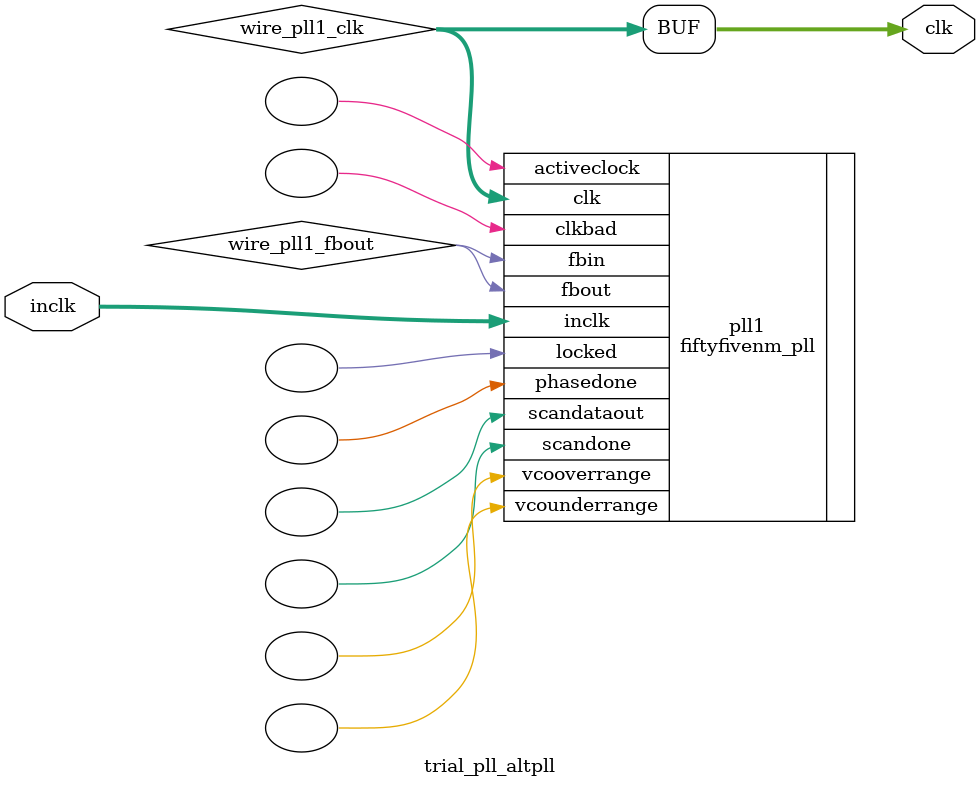
<source format=v>






//synthesis_resources = fiftyfivenm_pll 1 
//synopsys translate_off
`timescale 1 ps / 1 ps
//synopsys translate_on
module  trial_pll_altpll
	( 
	clk,
	inclk) /* synthesis synthesis_clearbox=1 */;
	output   [4:0]  clk;
	input   [1:0]  inclk;
`ifndef ALTERA_RESERVED_QIS
// synopsys translate_off
`endif
	tri0   [1:0]  inclk;
`ifndef ALTERA_RESERVED_QIS
// synopsys translate_on
`endif

	wire  [4:0]   wire_pll1_clk;
	wire  wire_pll1_fbout;

	fiftyfivenm_pll   pll1
	( 
	.activeclock(),
	.clk(wire_pll1_clk),
	.clkbad(),
	.fbin(wire_pll1_fbout),
	.fbout(wire_pll1_fbout),
	.inclk(inclk),
	.locked(),
	.phasedone(),
	.scandataout(),
	.scandone(),
	.vcooverrange(),
	.vcounderrange()
	`ifndef FORMAL_VERIFICATION
	// synopsys translate_off
	`endif
	,
	.areset(1'b0),
	.clkswitch(1'b0),
	.configupdate(1'b0),
	.pfdena(1'b1),
	.phasecounterselect({3{1'b0}}),
	.phasestep(1'b0),
	.phaseupdown(1'b0),
	.scanclk(1'b0),
	.scanclkena(1'b1),
	.scandata(1'b0)
	`ifndef FORMAL_VERIFICATION
	// synopsys translate_on
	`endif
	);
	defparam
		pll1.bandwidth_type = "auto",
		pll1.clk0_divide_by = 8,
		pll1.clk0_duty_cycle = 50,
		pll1.clk0_multiply_by = 1,
		pll1.clk0_phase_shift = "0",
		pll1.clk1_divide_by = 1,
		pll1.clk1_duty_cycle = 50,
		pll1.clk1_multiply_by = 1,
		pll1.clk1_phase_shift = "0",
		pll1.clk2_divide_by = 1,
		pll1.clk2_duty_cycle = 50,
		pll1.clk2_multiply_by = 4,
		pll1.clk2_phase_shift = "0",
		pll1.clk3_divide_by = 3,
		pll1.clk3_duty_cycle = 50,
		pll1.clk3_multiply_by = 2,
		pll1.clk3_phase_shift = "0",
		pll1.clk4_divide_by = 3,
		pll1.clk4_duty_cycle = 50,
		pll1.clk4_multiply_by = 10,
		pll1.clk4_phase_shift = "0",
		pll1.inclk0_input_frequency = 20833,
		pll1.operation_mode = "no_compensation",
		pll1.pll_type = "auto",
		pll1.lpm_type = "fiftyfivenm_pll";
	assign
		clk = {wire_pll1_clk[4:0]};
endmodule //trial_pll_altpll
//VALID FILE

</source>
